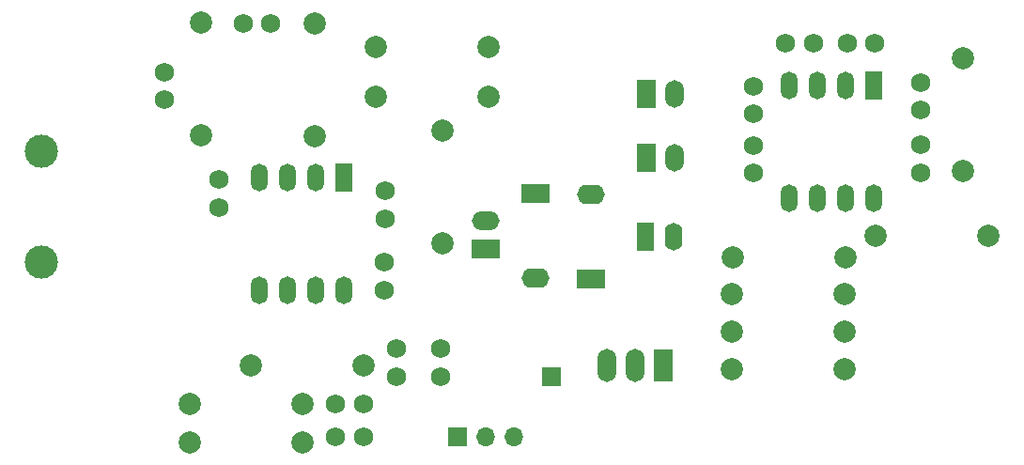
<source format=gbs>
%TF.GenerationSoftware,KiCad,Pcbnew,9.0.0*%
%TF.CreationDate,2025-03-10T12:33:28+01:00*%
%TF.ProjectId,project git rev,70726f6a-6563-4742-9067-697420726576,rev?*%
%TF.SameCoordinates,Original*%
%TF.FileFunction,Soldermask,Bot*%
%TF.FilePolarity,Negative*%
%FSLAX46Y46*%
G04 Gerber Fmt 4.6, Leading zero omitted, Abs format (unit mm)*
G04 Created by KiCad (PCBNEW 9.0.0) date 2025-03-10 12:33:28*
%MOMM*%
%LPD*%
G01*
G04 APERTURE LIST*
%ADD10C,2.000000*%
%ADD11C,1.750000*%
%ADD12R,2.500000X1.750000*%
%ADD13O,2.500000X1.750000*%
%ADD14R,1.700000X2.500000*%
%ADD15O,1.700000X2.500000*%
%ADD16R,2.500000X1.700000*%
%ADD17O,2.500000X1.700000*%
%ADD18R,1.700000X3.000000*%
%ADD19O,1.700000X3.000000*%
%ADD20R,1.700000X1.700000*%
%ADD21O,1.700000X1.700000*%
%ADD22C,3.000000*%
%ADD23R,1.500000X2.500000*%
%ADD24O,1.500000X2.500000*%
%ADD25R,1.600000X2.500000*%
%ADD26O,1.600000X2.500000*%
G04 APERTURE END LIST*
D10*
%TO.C,R5*%
X200800000Y-103350000D03*
X190640000Y-103350000D03*
%TD*%
D11*
%TO.C,C11*%
X146400000Y-99300000D03*
X146400000Y-101800000D03*
%TD*%
%TO.C,C9*%
X194650000Y-95150000D03*
X194650000Y-97650000D03*
%TD*%
D10*
%TO.C,R10*%
X138945000Y-118500000D03*
X128785000Y-118500000D03*
%TD*%
D11*
%TO.C,C3*%
X194650000Y-92000000D03*
X194650000Y-89500000D03*
%TD*%
%TO.C,C2*%
X190550000Y-86000000D03*
X188050000Y-86000000D03*
%TD*%
D10*
%TO.C,R13*%
X187850000Y-108580000D03*
X177690000Y-108580000D03*
%TD*%
D11*
%TO.C,C15*%
X141945000Y-118500000D03*
X144445000Y-118500000D03*
%TD*%
D10*
%TO.C,R1*%
X129800000Y-84100000D03*
X129800000Y-94260000D03*
%TD*%
%TO.C,R2*%
X151550000Y-104050000D03*
X151550000Y-93890000D03*
%TD*%
D12*
%TO.C,D2*%
X164950000Y-107200000D03*
D13*
X164950000Y-99580000D03*
%TD*%
D11*
%TO.C,C10*%
X126550000Y-91100000D03*
X126550000Y-88600000D03*
%TD*%
D14*
%TO.C,J7*%
X169975000Y-90575000D03*
D15*
X172515000Y-90575000D03*
%TD*%
D10*
%TO.C,R6*%
X128785000Y-122000000D03*
X138945000Y-122000000D03*
%TD*%
%TO.C,R3*%
X140100000Y-84220000D03*
X140100000Y-94380000D03*
%TD*%
%TO.C,R7*%
X144445000Y-115000000D03*
X134285000Y-115000000D03*
%TD*%
%TO.C,R14*%
X187880000Y-105250000D03*
X177720000Y-105250000D03*
%TD*%
D11*
%TO.C,C4*%
X179600000Y-92350000D03*
X179600000Y-89850000D03*
%TD*%
D14*
%TO.C,J11*%
X169950000Y-96300000D03*
D15*
X172490000Y-96300000D03*
%TD*%
D11*
%TO.C,C6*%
X131425000Y-100800000D03*
X131425000Y-98300000D03*
%TD*%
%TO.C,C5*%
X133600000Y-84200000D03*
X136100000Y-84200000D03*
%TD*%
D16*
%TO.C,J4*%
X155500000Y-104550000D03*
D17*
X155500000Y-102010000D03*
%TD*%
D11*
%TO.C,C1*%
X179600000Y-97700000D03*
X179600000Y-95200000D03*
%TD*%
%TO.C,C12*%
X182500000Y-86000000D03*
X185000000Y-86000000D03*
%TD*%
D18*
%TO.C,J1*%
X171500000Y-115000000D03*
D19*
X168960000Y-115000000D03*
X166420000Y-115000000D03*
%TD*%
D10*
%TO.C,R8*%
X145600000Y-90800000D03*
X155760000Y-90800000D03*
%TD*%
D11*
%TO.C,C13*%
X144445000Y-121500000D03*
X141945000Y-121500000D03*
%TD*%
D20*
%TO.C,J2*%
X152920000Y-121500000D03*
D21*
X155460000Y-121500000D03*
X158000000Y-121500000D03*
%TD*%
D22*
%TO.C,MK1*%
X115407163Y-105750000D03*
X115407163Y-95750000D03*
%TD*%
D11*
%TO.C,C16*%
X147445000Y-116000000D03*
X147445000Y-113500000D03*
%TD*%
D23*
%TO.C,LM567CN1*%
X190450000Y-89800000D03*
D24*
X187910000Y-89800000D03*
X185370000Y-89800000D03*
X182830000Y-89800000D03*
X182830000Y-99960000D03*
X185370000Y-99960000D03*
X187910000Y-99960000D03*
X190450000Y-99960000D03*
%TD*%
D12*
%TO.C,D1*%
X160000000Y-99490000D03*
D13*
X160000000Y-107110000D03*
%TD*%
D11*
%TO.C,C14*%
X151445000Y-116000000D03*
X151445000Y-113500000D03*
%TD*%
D20*
%TO.C,J3*%
X161445000Y-116000000D03*
%TD*%
D23*
%TO.C,U1*%
X142710000Y-98120000D03*
D24*
X140170000Y-98120000D03*
X137630000Y-98120000D03*
X135090000Y-98120000D03*
X135090000Y-108280000D03*
X137630000Y-108280000D03*
X140170000Y-108280000D03*
X142710000Y-108280000D03*
%TD*%
D10*
%TO.C,R4*%
X198500000Y-97500000D03*
X198500000Y-87340000D03*
%TD*%
%TO.C,R12*%
X187850000Y-111980000D03*
X177690000Y-111980000D03*
%TD*%
%TO.C,R11*%
X187850000Y-115330000D03*
X177690000Y-115330000D03*
%TD*%
D11*
%TO.C,C7*%
X146300000Y-105750000D03*
X146300000Y-108250000D03*
%TD*%
D25*
%TO.C,C8*%
X169900000Y-103450000D03*
D26*
X172400000Y-103450000D03*
%TD*%
D10*
%TO.C,R9*%
X155750000Y-86350000D03*
X145590000Y-86350000D03*
%TD*%
M02*

</source>
